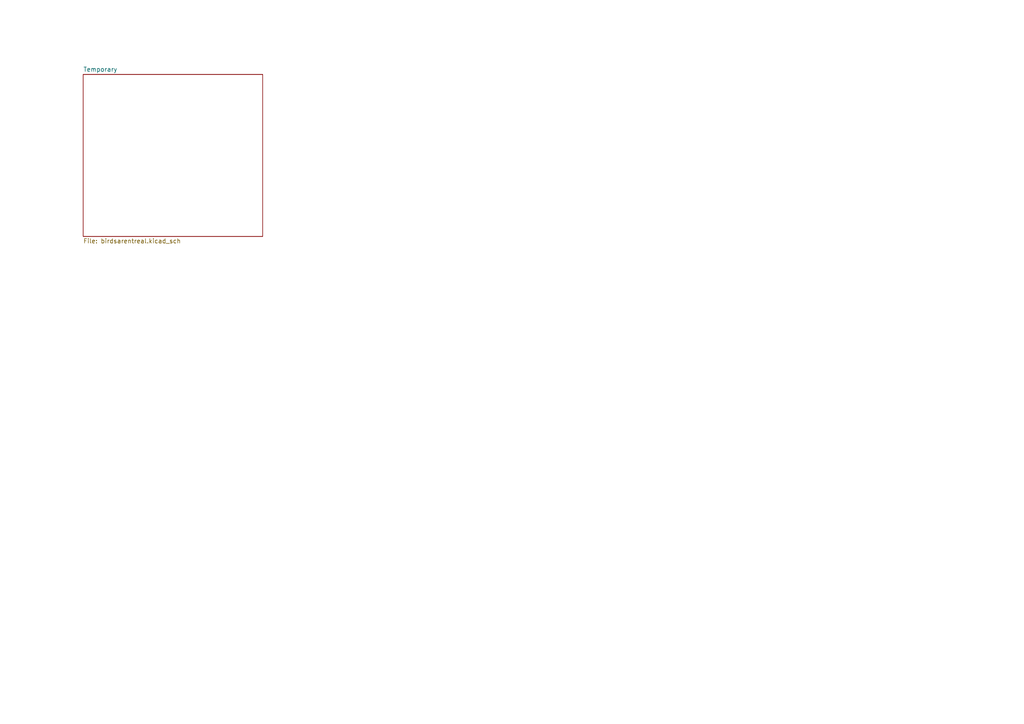
<source format=kicad_sch>
(kicad_sch (version 20230121) (generator eeschema)
  (paper "A4")
  (lib_symbols)
  (sheet (at 24.13 21.59) (size 52.07 46.99) (stroke (width 0.1524))
    (property "Sheetname" "Temporary" (at 24.13 20.8784 0) (effects (justify left bottom)))
    (property "Sheetfile" "birdsarentreal.kicad_sch" (at 24.13 69.1646 0) (effects (justify left top)))
  )
)
</source>
